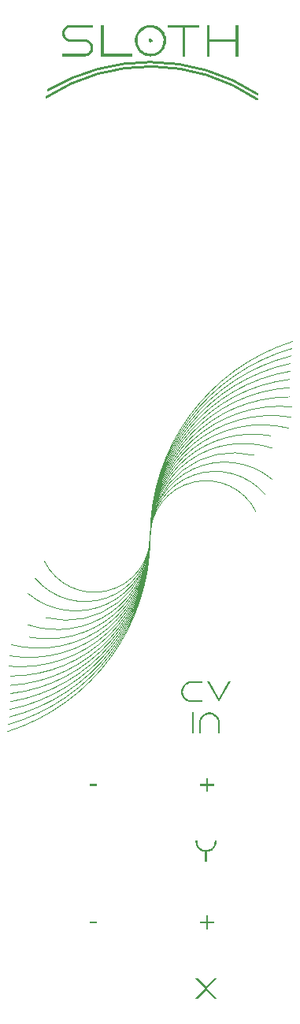
<source format=gbr>
%TF.GenerationSoftware,KiCad,Pcbnew,8.0.0*%
%TF.CreationDate,2024-06-17T17:19:52+02:00*%
%TF.ProjectId,Sloth_panel,536c6f74-685f-4706-916e-656c2e6b6963,rev?*%
%TF.SameCoordinates,Original*%
%TF.FileFunction,Legend,Top*%
%TF.FilePolarity,Positive*%
%FSLAX46Y46*%
G04 Gerber Fmt 4.6, Leading zero omitted, Abs format (unit mm)*
G04 Created by KiCad (PCBNEW 8.0.0) date 2024-06-17 17:19:52*
%MOMM*%
%LPD*%
G01*
G04 APERTURE LIST*
%ADD10C,0.250000*%
%ADD11C,0.100000*%
G04 APERTURE END LIST*
D10*
X45746107Y-48006348D02*
G75*
G02*
X68395999Y-48238002I11149892J-17231651D01*
G01*
X56896000Y-44238000D02*
G75*
G02*
X68428736Y-47688185I0J-21000000D01*
G01*
X45907879Y-47257979D02*
G75*
G02*
X56896000Y-44238001I10988120J-18480021D01*
G01*
D11*
X56895999Y-95238000D02*
G75*
G02*
X41566483Y-116202365I-21999999J0D01*
G01*
X56895998Y-95238000D02*
G75*
G02*
X41985573Y-106879708I-11999998J0D01*
G01*
X56896000Y-95238000D02*
G75*
G02*
X43774525Y-101383770I-8000000J0D01*
G01*
X56895998Y-95238000D02*
G75*
G02*
X43928261Y-106060567I-10999998J0D01*
G01*
X56896000Y-95238000D02*
G75*
G02*
X44518451Y-99719291I-7000000J0D01*
G01*
X56895998Y-95238000D02*
G75*
G02*
X43733723Y-104724831I-9999998J0D01*
G01*
X56895998Y-95238000D02*
G75*
G02*
X45529439Y-97921281I-5999998J0D01*
G01*
X56896000Y-95238000D02*
G75*
G02*
X45713179Y-103969284I-9000001J0D01*
G01*
X56896000Y-95238000D02*
G75*
G02*
X41694351Y-109186335I-14000000J0D01*
G01*
X56896000Y-95238000D02*
G75*
G02*
X41790832Y-108066416I-13000000J0D01*
G01*
X56895999Y-95238000D02*
G75*
G02*
X41882301Y-112121559I-16999999J0D01*
G01*
X56896000Y-95238000D02*
G75*
G02*
X41864781Y-111238000I-16031218J-1D01*
G01*
X56896000Y-95238000D02*
G75*
G02*
X41896000Y-110238000I-14999999J-1D01*
G01*
X56895998Y-95238000D02*
G75*
G02*
X41746712Y-114640848I-19999998J0D01*
G01*
X56896000Y-95238000D02*
G75*
G02*
X41810199Y-113830446I-19000000J0D01*
G01*
X56896000Y-95238000D02*
G75*
G02*
X41855182Y-112993091I-18000000J0D01*
G01*
X56896000Y-95238000D02*
G75*
G02*
X41665144Y-115430003I-20999999J-1D01*
G01*
X56896002Y-95238000D02*
G75*
G02*
X68262561Y-92554719I5999998J0D01*
G01*
X56896000Y-95238000D02*
G75*
G02*
X69273549Y-90756709I7000000J0D01*
G01*
X56896000Y-95238000D02*
G75*
G02*
X70017475Y-89092230I8000000J0D01*
G01*
X56896000Y-95238000D02*
G75*
G02*
X68078821Y-86506718I9000000J0D01*
G01*
X56896002Y-95238000D02*
G75*
G02*
X70058277Y-85751169I9999998J0D01*
G01*
X56896000Y-95238000D02*
G75*
G02*
X72097649Y-81289665I14000000J0D01*
G01*
X56896000Y-95238000D02*
G75*
G02*
X72001168Y-82409584I13000000J0D01*
G01*
X56896002Y-95238000D02*
G75*
G02*
X71806427Y-83596292I11999998J0D01*
G01*
X56896002Y-95238000D02*
G75*
G02*
X69863739Y-84415433I10999998J0D01*
G01*
X56896001Y-95238000D02*
G75*
G02*
X72225517Y-74273635I21999999J0D01*
G01*
X56896000Y-95238000D02*
G75*
G02*
X72126856Y-75045997I21000000J0D01*
G01*
X56896002Y-95238000D02*
G75*
G02*
X72045288Y-75835152I19999998J0D01*
G01*
X56896000Y-95238000D02*
G75*
G02*
X71981801Y-76645554I19000000J0D01*
G01*
X56896000Y-95238000D02*
G75*
G02*
X71936818Y-77482909I18000000J0D01*
G01*
X56896001Y-95238000D02*
G75*
G02*
X71909699Y-78354441I16999999J0D01*
G01*
X56896000Y-95238000D02*
G75*
G02*
X71927219Y-79238001I16031219J0D01*
G01*
X56896000Y-95238000D02*
G75*
G02*
X71896000Y-80238000I15000000J0D01*
G01*
G36*
X48326740Y-40252319D02*
G01*
X48143320Y-40270845D01*
X47972488Y-40324001D01*
X47817903Y-40408154D01*
X47683221Y-40519673D01*
X47572101Y-40654926D01*
X47488201Y-40810280D01*
X47435178Y-40982104D01*
X47416691Y-41166764D01*
X47435178Y-41351214D01*
X47488201Y-41522939D01*
X47572101Y-41678280D01*
X47683221Y-41813580D01*
X47817903Y-41925181D01*
X47972488Y-42009425D01*
X48143320Y-42062654D01*
X48326740Y-42081210D01*
X49866202Y-42081210D01*
X50023109Y-42101146D01*
X50165590Y-42157622D01*
X50288663Y-42245641D01*
X50387348Y-42360205D01*
X50456665Y-42496315D01*
X50491631Y-42648976D01*
X50494884Y-42713554D01*
X50475052Y-42871483D01*
X50418878Y-43014935D01*
X50331343Y-43138880D01*
X50217427Y-43238285D01*
X50082112Y-43308120D01*
X49930378Y-43343354D01*
X49866202Y-43346632D01*
X47416691Y-43346632D01*
X47416691Y-43628000D01*
X49866202Y-43628000D01*
X50049654Y-43609474D01*
X50220568Y-43556318D01*
X50375271Y-43472164D01*
X50510088Y-43360645D01*
X50621342Y-43225392D01*
X50705360Y-43070038D01*
X50758465Y-42898215D01*
X50776984Y-42713554D01*
X50758465Y-42528894D01*
X50705360Y-42357070D01*
X50621342Y-42201716D01*
X50510088Y-42066463D01*
X50375271Y-41954944D01*
X50220568Y-41870791D01*
X50049654Y-41817635D01*
X49866202Y-41799109D01*
X48326740Y-41799109D01*
X48169881Y-41779125D01*
X48027522Y-41722527D01*
X47904611Y-41634346D01*
X47806095Y-41519613D01*
X47736920Y-41383360D01*
X47702036Y-41230618D01*
X47698791Y-41166032D01*
X47718575Y-41008395D01*
X47774627Y-40865145D01*
X47862000Y-40741329D01*
X47975747Y-40641995D01*
X48110921Y-40572191D01*
X48262573Y-40536965D01*
X48326740Y-40533687D01*
X50776984Y-40533687D01*
X50776984Y-40252319D01*
X48326740Y-40252319D01*
G37*
G36*
X54066202Y-43346632D02*
G01*
X51898791Y-43346632D01*
X51898791Y-40251586D01*
X51616691Y-40251586D01*
X51616691Y-43346632D01*
X51616691Y-43411845D01*
X51616691Y-43628000D01*
X54066202Y-43628000D01*
X54976984Y-43628000D01*
X54976984Y-43346632D01*
X54724193Y-43346632D01*
X54066202Y-43346632D01*
G37*
G36*
X56946878Y-41707143D02*
G01*
X57081499Y-41775206D01*
X57136335Y-41917078D01*
X57135245Y-41938519D01*
X57067181Y-42072611D01*
X56925309Y-42127371D01*
X56903740Y-42126282D01*
X56769119Y-42058328D01*
X56714283Y-41917078D01*
X56715373Y-41895509D01*
X56783437Y-41760888D01*
X56925309Y-41706053D01*
X56946878Y-41707143D01*
G37*
G36*
X57097047Y-40260920D02*
G01*
X57263836Y-40286165D01*
X57424828Y-40327213D01*
X57579178Y-40383226D01*
X57726041Y-40453363D01*
X57864570Y-40536787D01*
X57993920Y-40632656D01*
X58113245Y-40740133D01*
X58221700Y-40858378D01*
X58318438Y-40986550D01*
X58402614Y-41123812D01*
X58473381Y-41269323D01*
X58529895Y-41422245D01*
X58571309Y-41581738D01*
X58596778Y-41746962D01*
X58605456Y-41917078D01*
X58596778Y-42092302D01*
X58571309Y-42262397D01*
X58529895Y-42426511D01*
X58473381Y-42583793D01*
X58402614Y-42733389D01*
X58318438Y-42874448D01*
X58221700Y-43006118D01*
X58113245Y-43127546D01*
X57993920Y-43237880D01*
X57864570Y-43336268D01*
X57726041Y-43421857D01*
X57579178Y-43493796D01*
X57424828Y-43551232D01*
X57263836Y-43593312D01*
X57097047Y-43619186D01*
X56925309Y-43628000D01*
X56753450Y-43619186D01*
X56586573Y-43593312D01*
X56425519Y-43551232D01*
X56271131Y-43493796D01*
X56124253Y-43421857D01*
X55985727Y-43336268D01*
X55856394Y-43237880D01*
X55737098Y-43127546D01*
X55628682Y-43006118D01*
X55531987Y-42874448D01*
X55447857Y-42733389D01*
X55377134Y-42583793D01*
X55320660Y-42426511D01*
X55279279Y-42262397D01*
X55253832Y-42092302D01*
X55245163Y-41917078D01*
X55527263Y-41917078D01*
X55534495Y-42062577D01*
X55571357Y-42272999D01*
X55637310Y-42471823D01*
X55729963Y-42656562D01*
X55846925Y-42824731D01*
X55985806Y-42973846D01*
X56144215Y-43101422D01*
X56319760Y-43204974D01*
X56510052Y-43282016D01*
X56712698Y-43330064D01*
X56925309Y-43346632D01*
X57068039Y-43339207D01*
X57274273Y-43301376D01*
X57468948Y-43233723D01*
X57649674Y-43138732D01*
X57814061Y-43018888D01*
X57959717Y-42876676D01*
X58084251Y-42714582D01*
X58185273Y-42535090D01*
X58260391Y-42340685D01*
X58307216Y-42133853D01*
X58323355Y-41917078D01*
X58316123Y-41775600D01*
X58279261Y-41571277D01*
X58213309Y-41378511D01*
X58120656Y-41199646D01*
X58003693Y-41037026D01*
X57864812Y-40892993D01*
X57706404Y-40769893D01*
X57530858Y-40670068D01*
X57340567Y-40595863D01*
X57137920Y-40549622D01*
X56925309Y-40533687D01*
X56782580Y-40540827D01*
X56576346Y-40577227D01*
X56381670Y-40642371D01*
X56200944Y-40733916D01*
X56036557Y-40849518D01*
X55890902Y-40986834D01*
X55766367Y-41143519D01*
X55665346Y-41317229D01*
X55590227Y-41505622D01*
X55543403Y-41706353D01*
X55527263Y-41917078D01*
X55245163Y-41917078D01*
X55253832Y-41746962D01*
X55279279Y-41581738D01*
X55320660Y-41422245D01*
X55377134Y-41269323D01*
X55447857Y-41123812D01*
X55531987Y-40986550D01*
X55628682Y-40858378D01*
X55737098Y-40740133D01*
X55856394Y-40632656D01*
X55985727Y-40536787D01*
X56124253Y-40453363D01*
X56271131Y-40383226D01*
X56425519Y-40327213D01*
X56586573Y-40286165D01*
X56753450Y-40260920D01*
X56925309Y-40252319D01*
X57097047Y-40260920D01*
G37*
G36*
X58815016Y-40533687D02*
G01*
X60353746Y-40533687D01*
X60353746Y-43628000D01*
X60635847Y-43628000D01*
X60635847Y-40533687D01*
X62175309Y-40533687D01*
X62175309Y-40252319D01*
X58815016Y-40252319D01*
X58815016Y-40533687D01*
G37*
G36*
X66093209Y-41799842D02*
G01*
X63297117Y-41799842D01*
X63297117Y-40251586D01*
X63015016Y-40251586D01*
X63015016Y-43628000D01*
X63297117Y-43628000D01*
X63297117Y-42081210D01*
X66093209Y-42081210D01*
X66093209Y-43628000D01*
X66375309Y-43628000D01*
X66375309Y-40251586D01*
X66093209Y-40251586D01*
X66093209Y-41799842D01*
G37*
G36*
X63749872Y-142717057D02*
G01*
X62896000Y-143691098D01*
X62041638Y-142717057D01*
X61775902Y-142717057D01*
X62763131Y-143843017D01*
X61775902Y-144968000D01*
X62041638Y-144968000D01*
X62896000Y-143994448D01*
X63749872Y-144968000D01*
X64016097Y-144968000D01*
X63028868Y-143843017D01*
X64016097Y-142717057D01*
X63749872Y-142717057D01*
G37*
G36*
X63828030Y-128011824D02*
G01*
X63817271Y-128154362D01*
X63786054Y-128290201D01*
X63735975Y-128417742D01*
X63668627Y-128535387D01*
X63585605Y-128641536D01*
X63488501Y-128734591D01*
X63378910Y-128812953D01*
X63258425Y-128875024D01*
X63128642Y-128919204D01*
X62991153Y-128943895D01*
X62896000Y-128948739D01*
X62754259Y-128937929D01*
X62619161Y-128906564D01*
X62492300Y-128856242D01*
X62375270Y-128788564D01*
X62269664Y-128705126D01*
X62177077Y-128607529D01*
X62099102Y-128497370D01*
X62037333Y-128376249D01*
X61993365Y-128245764D01*
X61968790Y-128107515D01*
X61963969Y-128011824D01*
X61963969Y-127917057D01*
X61775902Y-127917057D01*
X61775902Y-128011824D01*
X61781111Y-128121132D01*
X61796418Y-128227452D01*
X61821342Y-128330303D01*
X61855403Y-128429204D01*
X61898119Y-128523675D01*
X61949009Y-128613233D01*
X62007593Y-128697400D01*
X62073390Y-128775693D01*
X62145918Y-128847632D01*
X62224698Y-128912736D01*
X62309248Y-128970525D01*
X62399087Y-129020516D01*
X62493735Y-129062230D01*
X62592711Y-129095186D01*
X62695533Y-129118902D01*
X62801722Y-129132898D01*
X62801722Y-130168000D01*
X62989789Y-130168000D01*
X62989789Y-129132898D01*
X63095983Y-129118902D01*
X63198821Y-129095186D01*
X63297820Y-129062230D01*
X63392499Y-129020516D01*
X63482376Y-128970525D01*
X63566967Y-128912736D01*
X63645791Y-128847632D01*
X63718365Y-128775693D01*
X63784207Y-128697400D01*
X63842836Y-128613233D01*
X63893767Y-128523675D01*
X63936520Y-128429204D01*
X63970611Y-128330303D01*
X63995560Y-128227452D01*
X64010882Y-128121132D01*
X64016097Y-128011824D01*
X64016097Y-127917057D01*
X63828030Y-127917057D01*
X63828030Y-128011824D01*
G37*
G36*
X60238150Y-111912528D02*
G01*
X60243929Y-112027725D01*
X60260894Y-112139566D01*
X60288482Y-112247488D01*
X60326131Y-112350929D01*
X60373279Y-112449327D01*
X60429366Y-112542120D01*
X60493829Y-112628744D01*
X60566107Y-112708638D01*
X60645637Y-112781239D01*
X60731859Y-112845985D01*
X60824210Y-112902312D01*
X60922129Y-112949660D01*
X61025054Y-112987465D01*
X61132423Y-113015165D01*
X61243675Y-113032197D01*
X61358248Y-113038000D01*
X62478345Y-113038000D01*
X62478345Y-112850421D01*
X61358248Y-112850421D01*
X61216507Y-112839598D01*
X61081409Y-112808197D01*
X60954548Y-112757819D01*
X60837518Y-112690065D01*
X60731912Y-112606536D01*
X60639325Y-112508834D01*
X60561350Y-112398559D01*
X60499581Y-112277313D01*
X60455613Y-112146696D01*
X60431038Y-112008311D01*
X60426217Y-111912528D01*
X60436976Y-111769978D01*
X60468193Y-111634106D01*
X60518272Y-111506516D01*
X60585620Y-111388811D01*
X60668642Y-111282595D01*
X60765746Y-111189471D01*
X60875337Y-111111044D01*
X60995822Y-111048916D01*
X61125605Y-111004692D01*
X61263094Y-110979974D01*
X61358248Y-110975124D01*
X62478345Y-110975124D01*
X62478345Y-110787546D01*
X61358248Y-110787546D01*
X61243675Y-110793348D01*
X61132423Y-110810380D01*
X61025054Y-110838077D01*
X60922129Y-110875878D01*
X60824210Y-110923218D01*
X60731859Y-110979535D01*
X60645637Y-111044266D01*
X60566107Y-111116846D01*
X60493829Y-111196714D01*
X60429366Y-111283306D01*
X60373279Y-111376059D01*
X60326131Y-111474410D01*
X60288482Y-111577796D01*
X60260894Y-111685653D01*
X60243929Y-111797418D01*
X60238150Y-111912528D01*
G37*
G36*
X64296977Y-112629625D02*
G01*
X63267250Y-110788034D01*
X63038150Y-110787057D01*
X64296977Y-113038000D01*
X65556294Y-110787057D01*
X65327194Y-110787057D01*
X64296977Y-112629625D01*
G37*
G36*
X61402210Y-116398000D02*
G01*
X61590277Y-116398000D01*
X61589789Y-114147057D01*
X61402210Y-114147057D01*
X61402210Y-116398000D01*
G37*
G36*
X63269203Y-114147546D02*
G01*
X63154630Y-114153343D01*
X63043378Y-114170359D01*
X62936009Y-114198032D01*
X62833084Y-114235802D01*
X62735165Y-114283105D01*
X62642814Y-114339381D01*
X62556593Y-114404067D01*
X62477062Y-114476602D01*
X62404784Y-114556425D01*
X62340321Y-114642972D01*
X62284235Y-114735684D01*
X62237086Y-114833998D01*
X62199437Y-114937352D01*
X62171849Y-115045185D01*
X62154885Y-115156935D01*
X62149105Y-115272040D01*
X62149105Y-116398000D01*
X62337172Y-116398000D01*
X62337172Y-115272040D01*
X62347932Y-115129614D01*
X62379148Y-114993844D01*
X62429227Y-114866334D01*
X62496575Y-114748691D01*
X62579598Y-114642522D01*
X62676701Y-114549430D01*
X62786292Y-114471024D01*
X62906777Y-114408909D01*
X63036560Y-114364690D01*
X63174050Y-114339974D01*
X63269203Y-114335124D01*
X63410943Y-114345946D01*
X63546041Y-114377342D01*
X63672902Y-114427705D01*
X63789932Y-114495429D01*
X63895538Y-114578908D01*
X63988125Y-114676538D01*
X64066100Y-114786710D01*
X64127869Y-114907820D01*
X64171837Y-115038262D01*
X64196412Y-115176430D01*
X64201233Y-115272040D01*
X64201233Y-116398000D01*
X64389300Y-116398000D01*
X64389300Y-115272040D01*
X64383515Y-115156935D01*
X64366536Y-115045185D01*
X64338927Y-114937352D01*
X64301251Y-114833998D01*
X64254072Y-114735684D01*
X64197955Y-114642972D01*
X64133463Y-114556425D01*
X64061160Y-114476602D01*
X63981610Y-114404067D01*
X63895376Y-114339381D01*
X63803024Y-114283105D01*
X63705115Y-114235802D01*
X63602215Y-114198032D01*
X63494887Y-114170359D01*
X63383695Y-114153343D01*
X63269203Y-114147546D01*
G37*
G36*
X50417309Y-122036806D02*
G01*
X51165180Y-122036806D01*
X51165180Y-121849228D01*
X50417309Y-121849228D01*
X50417309Y-122036806D01*
G37*
G36*
X63086255Y-121195145D02*
G01*
X62898188Y-121195145D01*
X62898188Y-121848739D01*
X62244106Y-121848739D01*
X62244106Y-122036806D01*
X62898188Y-122036806D01*
X62898188Y-122690889D01*
X63086255Y-122690889D01*
X63086255Y-122036806D01*
X63740337Y-122036806D01*
X63740337Y-121848739D01*
X63086255Y-121848739D01*
X63086255Y-121195145D01*
G37*
G36*
X50417309Y-136836806D02*
G01*
X51165180Y-136836806D01*
X51165180Y-136649228D01*
X50417309Y-136649228D01*
X50417309Y-136836806D01*
G37*
G36*
X63086255Y-135995145D02*
G01*
X62898188Y-135995145D01*
X62898188Y-136648739D01*
X62244106Y-136648739D01*
X62244106Y-136836806D01*
X62898188Y-136836806D01*
X62898188Y-137490889D01*
X63086255Y-137490889D01*
X63086255Y-136836806D01*
X63740337Y-136836806D01*
X63740337Y-136648739D01*
X63086255Y-136648739D01*
X63086255Y-135995145D01*
G37*
M02*

</source>
